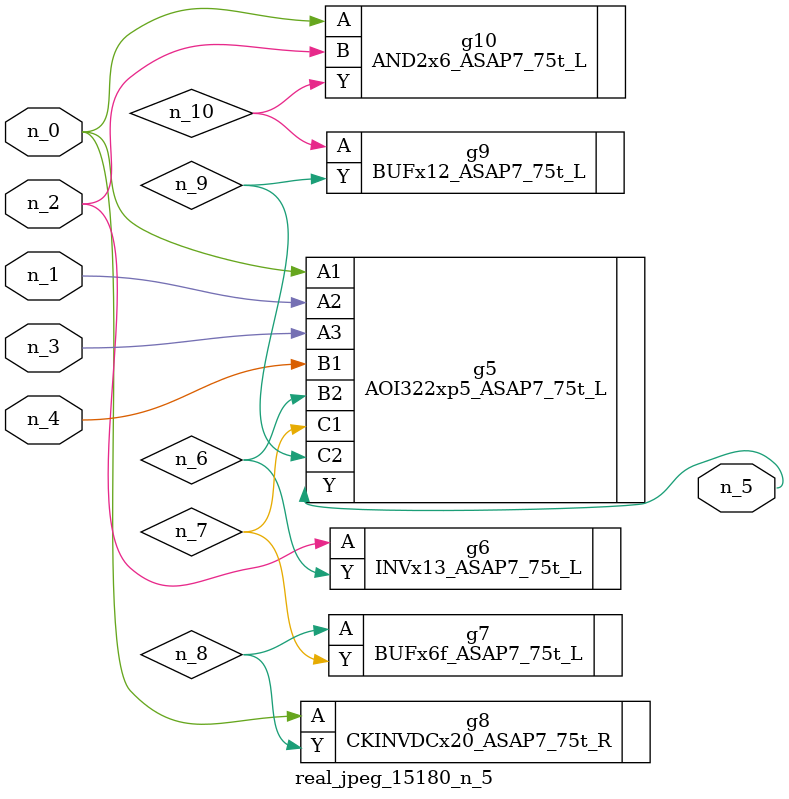
<source format=v>
module real_jpeg_15180_n_5 (n_4, n_0, n_1, n_2, n_3, n_5);

input n_4;
input n_0;
input n_1;
input n_2;
input n_3;

output n_5;

wire n_8;
wire n_6;
wire n_7;
wire n_10;
wire n_9;

AOI322xp5_ASAP7_75t_L g5 ( 
.A1(n_0),
.A2(n_1),
.A3(n_3),
.B1(n_4),
.B2(n_6),
.C1(n_7),
.C2(n_9),
.Y(n_5)
);

CKINVDCx20_ASAP7_75t_R g8 ( 
.A(n_0),
.Y(n_8)
);

AND2x6_ASAP7_75t_L g10 ( 
.A(n_0),
.B(n_2),
.Y(n_10)
);

INVx13_ASAP7_75t_L g6 ( 
.A(n_2),
.Y(n_6)
);

BUFx6f_ASAP7_75t_L g7 ( 
.A(n_8),
.Y(n_7)
);

BUFx12_ASAP7_75t_L g9 ( 
.A(n_10),
.Y(n_9)
);


endmodule
</source>
